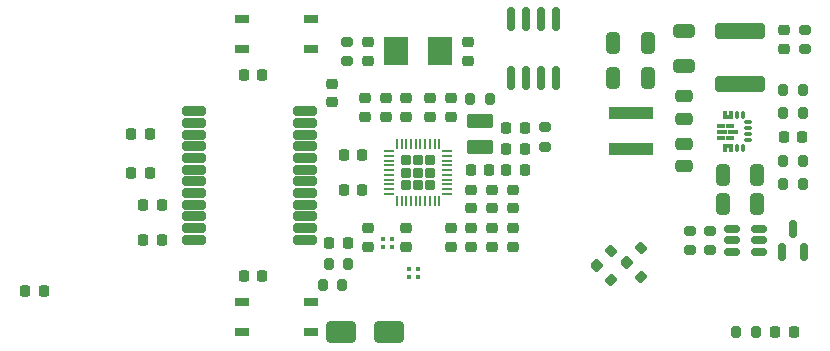
<source format=gtp>
%TF.GenerationSoftware,KiCad,Pcbnew,8.0.7*%
%TF.CreationDate,2024-12-30T22:20:21-08:00*%
%TF.ProjectId,pizero-papoe,70697a65-726f-42d7-9061-706f652e6b69,0.1*%
%TF.SameCoordinates,PX652f520PY4a19ba0*%
%TF.FileFunction,Paste,Top*%
%TF.FilePolarity,Positive*%
%FSLAX46Y46*%
G04 Gerber Fmt 4.6, Leading zero omitted, Abs format (unit mm)*
G04 Created by KiCad (PCBNEW 8.0.7) date 2024-12-30 22:20:21*
%MOMM*%
%LPD*%
G01*
G04 APERTURE LIST*
G04 Aperture macros list*
%AMRoundRect*
0 Rectangle with rounded corners*
0 $1 Rounding radius*
0 $2 $3 $4 $5 $6 $7 $8 $9 X,Y pos of 4 corners*
0 Add a 4 corners polygon primitive as box body*
4,1,4,$2,$3,$4,$5,$6,$7,$8,$9,$2,$3,0*
0 Add four circle primitives for the rounded corners*
1,1,$1+$1,$2,$3*
1,1,$1+$1,$4,$5*
1,1,$1+$1,$6,$7*
1,1,$1+$1,$8,$9*
0 Add four rect primitives between the rounded corners*
20,1,$1+$1,$2,$3,$4,$5,0*
20,1,$1+$1,$4,$5,$6,$7,0*
20,1,$1+$1,$6,$7,$8,$9,0*
20,1,$1+$1,$8,$9,$2,$3,0*%
%AMFreePoly0*
4,1,25,0.301737,0.444662,0.322810,0.427681,0.427681,0.322810,0.461865,0.260206,0.464758,0.233297,0.464758,-0.233297,0.444662,-0.301737,0.427681,-0.322810,0.322810,-0.427681,0.260206,-0.461865,0.233297,-0.464758,-0.233297,-0.464758,-0.301737,-0.444662,-0.322810,-0.427681,-0.427681,-0.322810,-0.461865,-0.260206,-0.464758,-0.233297,-0.464758,0.233297,-0.444662,0.301737,-0.427681,0.322810,
-0.322810,0.427681,-0.260206,0.461865,-0.233297,0.464758,0.233297,0.464758,0.301737,0.444662,0.301737,0.444662,$1*%
G04 Aperture macros list end*
%ADD10C,0.010000*%
%ADD11R,2.000000X2.400000*%
%ADD12RoundRect,0.225000X-0.250000X0.225000X-0.250000X-0.225000X0.250000X-0.225000X0.250000X0.225000X0*%
%ADD13RoundRect,0.225000X-0.225000X-0.250000X0.225000X-0.250000X0.225000X0.250000X-0.225000X0.250000X0*%
%ADD14RoundRect,0.225000X0.250000X-0.225000X0.250000X0.225000X-0.250000X0.225000X-0.250000X-0.225000X0*%
%ADD15RoundRect,0.250000X0.325000X0.650000X-0.325000X0.650000X-0.325000X-0.650000X0.325000X-0.650000X0*%
%ADD16RoundRect,0.250000X0.650000X-0.325000X0.650000X0.325000X-0.650000X0.325000X-0.650000X-0.325000X0*%
%ADD17RoundRect,0.225000X0.225000X0.250000X-0.225000X0.250000X-0.225000X-0.250000X0.225000X-0.250000X0*%
%ADD18R,1.198880X0.800100*%
%ADD19RoundRect,0.150000X0.150000X-0.825000X0.150000X0.825000X-0.150000X0.825000X-0.150000X-0.825000X0*%
%ADD20RoundRect,0.150000X0.512500X0.150000X-0.512500X0.150000X-0.512500X-0.150000X0.512500X-0.150000X0*%
%ADD21RoundRect,0.150000X0.150000X-0.587500X0.150000X0.587500X-0.150000X0.587500X-0.150000X-0.587500X0*%
%ADD22RoundRect,0.200000X-0.200000X-0.275000X0.200000X-0.275000X0.200000X0.275000X-0.200000X0.275000X0*%
%ADD23RoundRect,0.200000X0.275000X-0.200000X0.275000X0.200000X-0.275000X0.200000X-0.275000X-0.200000X0*%
%ADD24RoundRect,0.200000X-0.275000X0.200000X-0.275000X-0.200000X0.275000X-0.200000X0.275000X0.200000X0*%
%ADD25RoundRect,0.200000X-0.053033X0.335876X-0.335876X0.053033X0.053033X-0.335876X0.335876X-0.053033X0*%
%ADD26RoundRect,0.200000X0.200000X0.275000X-0.200000X0.275000X-0.200000X-0.275000X0.200000X-0.275000X0*%
%ADD27RoundRect,0.250000X-1.000000X-0.650000X1.000000X-0.650000X1.000000X0.650000X-1.000000X0.650000X0*%
%ADD28RoundRect,0.218750X-0.218750X-0.256250X0.218750X-0.256250X0.218750X0.256250X-0.218750X0.256250X0*%
%ADD29RoundRect,0.250000X1.875000X-0.425000X1.875000X0.425000X-1.875000X0.425000X-1.875000X-0.425000X0*%
%ADD30RoundRect,0.006250X0.293750X0.118750X-0.293750X0.118750X-0.293750X-0.118750X0.293750X-0.118750X0*%
%ADD31RoundRect,0.006250X0.118750X0.293750X-0.118750X0.293750X-0.118750X-0.293750X0.118750X-0.293750X0*%
%ADD32RoundRect,0.195000X0.805000X0.195000X-0.805000X0.195000X-0.805000X-0.195000X0.805000X-0.195000X0*%
%ADD33FreePoly0,0.000000*%
%ADD34RoundRect,0.062500X-0.350000X-0.062500X0.350000X-0.062500X0.350000X0.062500X-0.350000X0.062500X0*%
%ADD35RoundRect,0.062500X-0.062500X-0.350000X0.062500X-0.350000X0.062500X0.350000X-0.062500X0.350000X0*%
%ADD36RoundRect,0.079500X-0.100500X0.079500X-0.100500X-0.079500X0.100500X-0.079500X0.100500X0.079500X0*%
%ADD37RoundRect,0.250000X0.475000X-0.250000X0.475000X0.250000X-0.475000X0.250000X-0.475000X-0.250000X0*%
%ADD38R,3.700000X1.100000*%
%ADD39RoundRect,0.218750X0.256250X-0.218750X0.256250X0.218750X-0.256250X0.218750X-0.256250X-0.218750X0*%
%ADD40RoundRect,0.250000X-0.475000X0.250000X-0.475000X-0.250000X0.475000X-0.250000X0.475000X0.250000X0*%
%ADD41RoundRect,0.250000X-0.325000X-0.650000X0.325000X-0.650000X0.325000X0.650000X-0.325000X0.650000X0*%
%ADD42RoundRect,0.200000X0.335876X0.053033X0.053033X0.335876X-0.335876X-0.053033X-0.053033X-0.335876X0*%
%ADD43RoundRect,0.250000X-0.850000X0.375000X-0.850000X-0.375000X0.850000X-0.375000X0.850000X0.375000X0*%
G04 APERTURE END LIST*
D10*
%TO.C,U2*%
X49624500Y-10875000D02*
X49049500Y-10875000D01*
X49049500Y-10625000D01*
X49624500Y-10625000D01*
X49624500Y-10875000D01*
G36*
X49624500Y-10875000D02*
G01*
X49049500Y-10875000D01*
X49049500Y-10625000D01*
X49624500Y-10625000D01*
X49624500Y-10875000D01*
G37*
X49624500Y-11875000D02*
X49049500Y-11875000D01*
X49049500Y-11625000D01*
X49624500Y-11625000D01*
X49624500Y-11875000D01*
G36*
X49624500Y-11875000D02*
G01*
X49049500Y-11875000D01*
X49049500Y-11625000D01*
X49624500Y-11625000D01*
X49624500Y-11875000D01*
G37*
X49800000Y-11375000D02*
X49080000Y-11375000D01*
X49080000Y-11125000D01*
X49800000Y-11125000D01*
X49800000Y-11375000D01*
G36*
X49800000Y-11375000D02*
G01*
X49080000Y-11375000D01*
X49080000Y-11125000D01*
X49800000Y-11125000D01*
X49800000Y-11375000D01*
G37*
X50399500Y-10875000D02*
X49824500Y-10875000D01*
X49824500Y-10625000D01*
X50399500Y-10625000D01*
X50399500Y-10875000D01*
G36*
X50399500Y-10875000D02*
G01*
X49824500Y-10875000D01*
X49824500Y-10625000D01*
X50399500Y-10625000D01*
X50399500Y-10875000D01*
G37*
X50399500Y-11875000D02*
X49824500Y-11875000D01*
X49824500Y-11625000D01*
X50399500Y-11625000D01*
X50399500Y-11875000D01*
G36*
X50399500Y-11875000D02*
G01*
X49824500Y-11875000D01*
X49824500Y-11625000D01*
X50399500Y-11625000D01*
X50399500Y-11875000D01*
G37*
X50720000Y-11375000D02*
X50000000Y-11375000D01*
X50000000Y-11125000D01*
X50720000Y-11125000D01*
X50720000Y-11375000D01*
G36*
X50720000Y-11375000D02*
G01*
X50000000Y-11375000D01*
X50000000Y-11125000D01*
X50720000Y-11125000D01*
X50720000Y-11375000D01*
G37*
X50350000Y-12950000D02*
X50100000Y-12950000D01*
X50100000Y-12600000D01*
X49850000Y-12600000D01*
X49850000Y-12950000D01*
X49600000Y-12950000D01*
X49600000Y-12350000D01*
X50350000Y-12350000D01*
X50350000Y-12950000D01*
G36*
X50350000Y-12950000D02*
G01*
X50100000Y-12950000D01*
X50100000Y-12600000D01*
X49850000Y-12600000D01*
X49850000Y-12950000D01*
X49600000Y-12950000D01*
X49600000Y-12350000D01*
X50350000Y-12350000D01*
X50350000Y-12950000D01*
G37*
X49850000Y-9900000D02*
X50100000Y-9900000D01*
X50100000Y-9550000D01*
X50350000Y-9550000D01*
X50350000Y-10150000D01*
X49600000Y-10150000D01*
X49600000Y-9550000D01*
X49850000Y-9550000D01*
X49850000Y-9900000D01*
G36*
X49850000Y-9900000D02*
G01*
X50100000Y-9900000D01*
X50100000Y-9550000D01*
X50350000Y-9550000D01*
X50350000Y-10150000D01*
X49600000Y-10150000D01*
X49600000Y-9550000D01*
X49850000Y-9550000D01*
X49850000Y-9900000D01*
G37*
%TD*%
D11*
%TO.C,Y1*%
X25600000Y-4500000D03*
X21900000Y-4500000D03*
%TD*%
D12*
%TO.C,C2*%
X28000000Y-3725000D03*
X28000000Y-5275000D03*
%TD*%
%TO.C,C3*%
X19500000Y-3725000D03*
X19500000Y-5275000D03*
%TD*%
D13*
%TO.C,C8*%
X31225000Y-11000000D03*
X32775000Y-11000000D03*
%TD*%
D14*
%TO.C,C9*%
X24750000Y-10025000D03*
X24750000Y-8475000D03*
%TD*%
%TO.C,C10*%
X22750000Y-10025000D03*
X22750000Y-8475000D03*
%TD*%
D15*
%TO.C,C15*%
X43225000Y-3750000D03*
X40275000Y-3750000D03*
%TD*%
D16*
%TO.C,C16*%
X46250000Y-5725000D03*
X46250000Y-2775000D03*
%TD*%
D17*
%TO.C,C17*%
X17775000Y-20750000D03*
X16225000Y-20750000D03*
%TD*%
D13*
%TO.C,C18*%
X8975000Y-6500000D03*
X10525000Y-6500000D03*
%TD*%
%TO.C,C20*%
X31225000Y-12750000D03*
X32775000Y-12750000D03*
%TD*%
%TO.C,C21*%
X8975000Y-23500000D03*
X10525000Y-23500000D03*
%TD*%
D18*
%TO.C,D1*%
X14698940Y-4270000D03*
X8801060Y-1730000D03*
X8803600Y-4270000D03*
X14696400Y-1730000D03*
%TD*%
%TO.C,D2*%
X14698940Y-28270000D03*
X8801060Y-25730000D03*
X8803600Y-28270000D03*
X14696400Y-25730000D03*
%TD*%
D19*
%TO.C,U1*%
X31595000Y-6725000D03*
X32865000Y-6725000D03*
X34135000Y-6725000D03*
X35405000Y-6725000D03*
X35405000Y-1775000D03*
X34135000Y-1775000D03*
X32865000Y-1775000D03*
X31595000Y-1775000D03*
%TD*%
D20*
%TO.C,Q2*%
X52637500Y-21450000D03*
X52637500Y-20500000D03*
X52637500Y-19550000D03*
X50362500Y-19550000D03*
X50362500Y-20500000D03*
X50362500Y-21450000D03*
%TD*%
D21*
%TO.C,Q3*%
X54550000Y-21437500D03*
X56450000Y-21437500D03*
X55500000Y-19562500D03*
%TD*%
D22*
%TO.C,R3*%
X15675000Y-24250000D03*
X17325000Y-24250000D03*
%TD*%
D23*
%TO.C,R13*%
X56500000Y-4325000D03*
X56500000Y-2675000D03*
%TD*%
D24*
%TO.C,R15*%
X48500000Y-19675000D03*
X48500000Y-21325000D03*
%TD*%
D25*
%TO.C,R18*%
X40083363Y-21416637D03*
X38916637Y-22583363D03*
%TD*%
D24*
%TO.C,R19*%
X46750000Y-19675000D03*
X46750000Y-21325000D03*
%TD*%
D25*
%TO.C,R20*%
X42583363Y-21166637D03*
X41416637Y-22333363D03*
%TD*%
D22*
%TO.C,R21*%
X16175000Y-22500000D03*
X17825000Y-22500000D03*
%TD*%
D26*
%TO.C,R22*%
X29825000Y-8500000D03*
X28175000Y-8500000D03*
%TD*%
D23*
%TO.C,R23*%
X34500000Y-12575000D03*
X34500000Y-10925000D03*
%TD*%
D27*
%TO.C,D3*%
X17250000Y-28250000D03*
X21250000Y-28250000D03*
%TD*%
D12*
%TO.C,C28*%
X30000000Y-16225000D03*
X30000000Y-17775000D03*
%TD*%
%TO.C,C11*%
X16500000Y-7225000D03*
X16500000Y-8775000D03*
%TD*%
D26*
%TO.C,R4*%
X56325000Y-13750000D03*
X54675000Y-13750000D03*
%TD*%
D12*
%TO.C,C42*%
X26500000Y-19475000D03*
X26500000Y-21025000D03*
%TD*%
D22*
%TO.C,R2*%
X54675000Y-9750000D03*
X56325000Y-9750000D03*
%TD*%
D26*
%TO.C,R8*%
X52325000Y-28250000D03*
X50675000Y-28250000D03*
%TD*%
D12*
%TO.C,C29*%
X28250000Y-19475000D03*
X28250000Y-21025000D03*
%TD*%
%TO.C,C35*%
X31750000Y-16225000D03*
X31750000Y-17775000D03*
%TD*%
D14*
%TO.C,C26*%
X19250000Y-10025000D03*
X19250000Y-8475000D03*
%TD*%
D28*
%TO.C,D4*%
X-9537500Y-24750000D03*
X-7962500Y-24750000D03*
%TD*%
D29*
%TO.C,F1*%
X51000000Y-7250000D03*
X51000000Y-2750000D03*
%TD*%
D30*
%TO.C,U2*%
X51650000Y-12000000D03*
X51650000Y-11500000D03*
X51650000Y-11000000D03*
X51650000Y-10500000D03*
D31*
X51225000Y-9850000D03*
X50725000Y-9850000D03*
X50725000Y-12650000D03*
X51225000Y-12650000D03*
%TD*%
D32*
%TO.C,TR1*%
X14200000Y-20445000D03*
X14200000Y-19455000D03*
X14200000Y-18465000D03*
X14200000Y-17475000D03*
X14200000Y-16485000D03*
X14200000Y-15495000D03*
X14200000Y-14505000D03*
X14200000Y-13515000D03*
X14200000Y-12525000D03*
X14200000Y-11535000D03*
X14200000Y-10545000D03*
X14200000Y-9555000D03*
X4800000Y-9555000D03*
X4800000Y-10545000D03*
X4800000Y-11535000D03*
X4800000Y-12525000D03*
X4800000Y-13515000D03*
X4800000Y-14505000D03*
X4800000Y-15495000D03*
X4800000Y-16485000D03*
X4800000Y-17475000D03*
X4800000Y-18465000D03*
X4800000Y-19455000D03*
X4800000Y-20445000D03*
%TD*%
D12*
%TO.C,C34*%
X28250000Y-16225000D03*
X28250000Y-17775000D03*
%TD*%
D33*
%TO.C,IC1*%
X22716667Y-13716667D03*
X22716667Y-14750000D03*
X22716667Y-15783333D03*
X23750000Y-13716667D03*
X23750000Y-14750000D03*
X23750000Y-15783333D03*
X24783333Y-13716667D03*
X24783333Y-14750000D03*
X24783333Y-15783333D03*
D34*
X21312500Y-12950000D03*
X21312500Y-13350000D03*
X21312500Y-13750000D03*
X21312500Y-14150000D03*
X21312500Y-14550000D03*
X21312500Y-14950000D03*
X21312500Y-15350000D03*
X21312500Y-15750000D03*
X21312500Y-16150000D03*
X21312500Y-16550000D03*
D35*
X21950000Y-17187500D03*
X22350000Y-17187500D03*
X22750000Y-17187500D03*
X23150000Y-17187500D03*
X23550000Y-17187500D03*
X23950000Y-17187500D03*
X24350000Y-17187500D03*
X24750000Y-17187500D03*
X25150000Y-17187500D03*
X25550000Y-17187500D03*
D34*
X26187500Y-16550000D03*
X26187500Y-16150000D03*
X26187500Y-15750000D03*
X26187500Y-15350000D03*
X26187500Y-14950000D03*
X26187500Y-14550000D03*
X26187500Y-14150000D03*
X26187500Y-13750000D03*
X26187500Y-13350000D03*
X26187500Y-12950000D03*
D35*
X25550000Y-12312500D03*
X25150000Y-12312500D03*
X24750000Y-12312500D03*
X24350000Y-12312500D03*
X23950000Y-12312500D03*
X23550000Y-12312500D03*
X23150000Y-12312500D03*
X22750000Y-12312500D03*
X22350000Y-12312500D03*
X21950000Y-12312500D03*
%TD*%
D36*
%TO.C,C40*%
X20750000Y-20405000D03*
X20750000Y-21095000D03*
%TD*%
D26*
%TO.C,R5*%
X56325000Y-15750000D03*
X54675000Y-15750000D03*
%TD*%
D12*
%TO.C,C41*%
X22750000Y-19475000D03*
X22750000Y-21025000D03*
%TD*%
D37*
%TO.C,C12*%
X46250000Y-14200000D03*
X46250000Y-12300000D03*
%TD*%
D14*
%TO.C,C25*%
X26500000Y-10025000D03*
X26500000Y-8475000D03*
%TD*%
D17*
%TO.C,C44*%
X1025000Y-14750000D03*
X-525000Y-14750000D03*
%TD*%
D38*
%TO.C,L1*%
X41750000Y-12750000D03*
X41750000Y-9750000D03*
%TD*%
D13*
%TO.C,C4*%
X54725000Y-11750000D03*
X56275000Y-11750000D03*
%TD*%
D17*
%TO.C,C36*%
X19025000Y-16250000D03*
X17475000Y-16250000D03*
%TD*%
%TO.C,C45*%
X2025000Y-17500000D03*
X475000Y-17500000D03*
%TD*%
D12*
%TO.C,C33*%
X31750000Y-19475000D03*
X31750000Y-21025000D03*
%TD*%
D39*
%TO.C,D5*%
X54750000Y-4287500D03*
X54750000Y-2712500D03*
%TD*%
D40*
%TO.C,C13*%
X46250000Y-8300000D03*
X46250000Y-10200000D03*
%TD*%
D41*
%TO.C,C6*%
X49525000Y-17400000D03*
X52475000Y-17400000D03*
%TD*%
D17*
%TO.C,C43*%
X1025000Y-11500000D03*
X-525000Y-11500000D03*
%TD*%
D12*
%TO.C,C30*%
X19500000Y-19475000D03*
X19500000Y-21025000D03*
%TD*%
D22*
%TO.C,R1*%
X54675000Y-7750000D03*
X56325000Y-7750000D03*
%TD*%
D17*
%TO.C,C46*%
X2025000Y-20500000D03*
X475000Y-20500000D03*
%TD*%
D12*
%TO.C,C32*%
X30000000Y-19475000D03*
X30000000Y-21025000D03*
%TD*%
D15*
%TO.C,C14*%
X43225000Y-6750000D03*
X40275000Y-6750000D03*
%TD*%
D28*
%TO.C,D10*%
X53962500Y-28250000D03*
X55537500Y-28250000D03*
%TD*%
D42*
%TO.C,R12*%
X42583363Y-23583363D03*
X41416637Y-22416637D03*
%TD*%
D14*
%TO.C,C27*%
X21000000Y-10025000D03*
X21000000Y-8475000D03*
%TD*%
D36*
%TO.C,C39*%
X21500000Y-20405000D03*
X21500000Y-21095000D03*
%TD*%
%TO.C,C37*%
X23750000Y-22905000D03*
X23750000Y-23595000D03*
%TD*%
D42*
%TO.C,R11*%
X40083363Y-23833363D03*
X38916637Y-22666637D03*
%TD*%
D17*
%TO.C,C31*%
X19025000Y-13250000D03*
X17475000Y-13250000D03*
%TD*%
D41*
%TO.C,C5*%
X49525000Y-15000000D03*
X52475000Y-15000000D03*
%TD*%
D24*
%TO.C,R7*%
X17750000Y-3675000D03*
X17750000Y-5325000D03*
%TD*%
D36*
%TO.C,C38*%
X23000000Y-22905000D03*
X23000000Y-23595000D03*
%TD*%
D13*
%TO.C,C7*%
X31225000Y-14500000D03*
X32775000Y-14500000D03*
%TD*%
%TO.C,C1*%
X28225000Y-14500000D03*
X29775000Y-14500000D03*
%TD*%
D43*
%TO.C,L3*%
X29000000Y-10425000D03*
X29000000Y-12575000D03*
%TD*%
M02*

</source>
